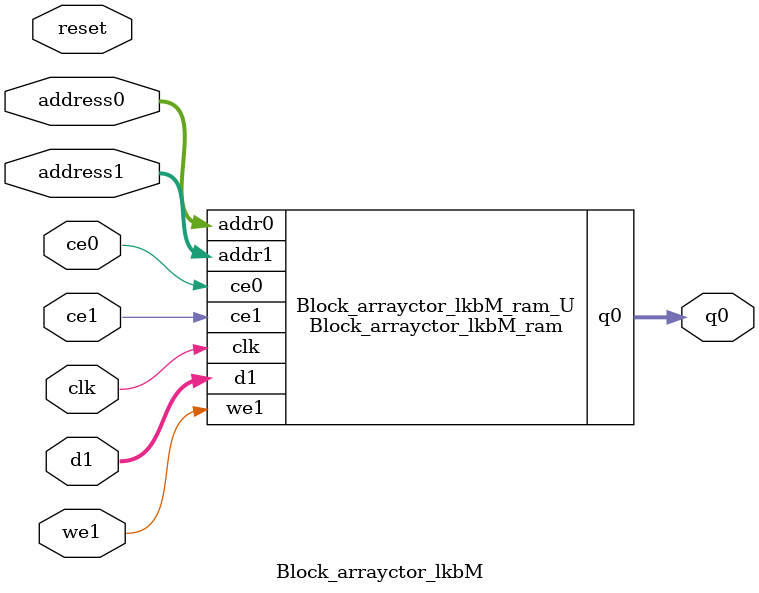
<source format=v>
`timescale 1 ns / 1 ps
module Block_arrayctor_lkbM_ram (addr0, ce0, q0, addr1, ce1, d1, we1,  clk);

parameter DWIDTH = 8;
parameter AWIDTH = 2;
parameter MEM_SIZE = 3;

input[AWIDTH-1:0] addr0;
input ce0;
output reg[DWIDTH-1:0] q0;
input[AWIDTH-1:0] addr1;
input ce1;
input[DWIDTH-1:0] d1;
input we1;
input clk;

(* ram_style = "distributed" *)reg [DWIDTH-1:0] ram[0:MEM_SIZE-1];




always @(posedge clk)  
begin 
    if (ce0) begin
        q0 <= ram[addr0];
    end
end


always @(posedge clk)  
begin 
    if (ce1) begin
        if (we1) 
            ram[addr1] <= d1; 
    end
end


endmodule

`timescale 1 ns / 1 ps
module Block_arrayctor_lkbM(
    reset,
    clk,
    address0,
    ce0,
    q0,
    address1,
    ce1,
    we1,
    d1);

parameter DataWidth = 32'd8;
parameter AddressRange = 32'd3;
parameter AddressWidth = 32'd2;
input reset;
input clk;
input[AddressWidth - 1:0] address0;
input ce0;
output[DataWidth - 1:0] q0;
input[AddressWidth - 1:0] address1;
input ce1;
input we1;
input[DataWidth - 1:0] d1;



Block_arrayctor_lkbM_ram Block_arrayctor_lkbM_ram_U(
    .clk( clk ),
    .addr0( address0 ),
    .ce0( ce0 ),
    .q0( q0 ),
    .addr1( address1 ),
    .ce1( ce1 ),
    .we1( we1 ),
    .d1( d1 ));

endmodule


</source>
